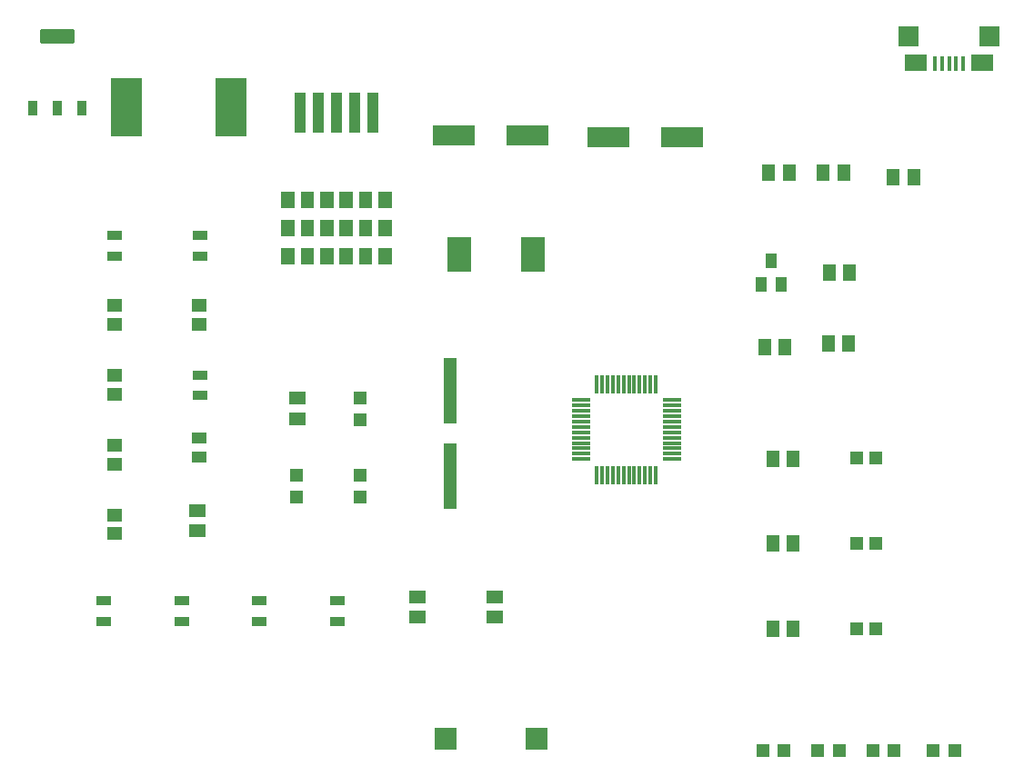
<source format=gtp>
G04*
G04 #@! TF.GenerationSoftware,Altium Limited,Altium Designer,22.1.2 (22)*
G04*
G04 Layer_Color=8421504*
%FSLAX25Y25*%
%MOIN*%
G70*
G04*
G04 #@! TF.SameCoordinates,3CC87442-B0F0-4D04-9EAA-D9769B1F071C*
G04*
G04*
G04 #@! TF.FilePolarity,Positive*
G04*
G01*
G75*
%ADD20R,0.03898X0.14921*%
%ADD21R,0.05000X0.05000*%
%ADD22R,0.06693X0.01181*%
%ADD23R,0.01181X0.06693*%
%ADD24R,0.05433X0.03622*%
%ADD25R,0.05787X0.04567*%
%ADD26R,0.11417X0.21260*%
%ADD27R,0.15197X0.07559*%
%ADD28R,0.08858X0.12520*%
G04:AMPARAMS|DCode=29|XSize=36.61mil|YSize=51.58mil|CornerRadius=2.75mil|HoleSize=0mil|Usage=FLASHONLY|Rotation=0.000|XOffset=0mil|YOffset=0mil|HoleType=Round|Shape=RoundedRectangle|*
%AMROUNDEDRECTD29*
21,1,0.03661,0.04608,0,0,0.0*
21,1,0.03112,0.05158,0,0,0.0*
1,1,0.00549,0.01556,-0.02304*
1,1,0.00549,-0.01556,-0.02304*
1,1,0.00549,-0.01556,0.02304*
1,1,0.00549,0.01556,0.02304*
%
%ADD29ROUNDEDRECTD29*%
G04:AMPARAMS|DCode=30|XSize=127.56mil|YSize=51.58mil|CornerRadius=3.87mil|HoleSize=0mil|Usage=FLASHONLY|Rotation=0.000|XOffset=0mil|YOffset=0mil|HoleType=Round|Shape=RoundedRectangle|*
%AMROUNDEDRECTD30*
21,1,0.12756,0.04384,0,0,0.0*
21,1,0.11982,0.05158,0,0,0.0*
1,1,0.00774,0.05991,-0.02192*
1,1,0.00774,-0.05991,-0.02192*
1,1,0.00774,-0.05991,0.02192*
1,1,0.00774,0.05991,0.02192*
%
%ADD30ROUNDEDRECTD30*%
%ADD31R,0.05709X0.04331*%
%ADD32R,0.05906X0.05118*%
%ADD33R,0.05000X0.05000*%
%ADD34R,0.04724X0.24000*%
%ADD35R,0.04724X0.04724*%
%ADD36R,0.05118X0.05906*%
%ADD37R,0.07874X0.07874*%
%ADD38R,0.08465X0.08465*%
%ADD39R,0.07480X0.07480*%
%ADD40R,0.08268X0.06299*%
%ADD41R,0.01575X0.05315*%
%ADD42R,0.03937X0.05512*%
G36*
X316319Y337382D02*
X311398D01*
Y343366D01*
X316319D01*
Y337382D01*
D02*
G37*
G36*
X309193D02*
X304272D01*
Y343366D01*
X309193D01*
Y337382D01*
D02*
G37*
G36*
X302067D02*
X297146D01*
Y343366D01*
X302067D01*
Y337382D01*
D02*
G37*
G36*
X316319Y327028D02*
X311398D01*
Y333012D01*
X316319D01*
Y327028D01*
D02*
G37*
G36*
X309193D02*
X304272D01*
Y333012D01*
X309193D01*
Y327028D01*
D02*
G37*
G36*
X302067D02*
X297146D01*
Y333012D01*
X302067D01*
Y327028D01*
D02*
G37*
G36*
X316319Y316673D02*
X311398D01*
Y322657D01*
X316319D01*
Y316673D01*
D02*
G37*
G36*
X309193D02*
X304272D01*
Y322657D01*
X309193D01*
Y316673D01*
D02*
G37*
G36*
X302067D02*
X297146D01*
Y322657D01*
X302067D01*
Y316673D01*
D02*
G37*
G36*
X337697Y337382D02*
X332776D01*
Y343366D01*
X337697D01*
Y337382D01*
D02*
G37*
G36*
X330571D02*
X325650D01*
Y343366D01*
X330571D01*
Y337382D01*
D02*
G37*
G36*
X323445D02*
X318524D01*
Y343366D01*
X323445D01*
Y337382D01*
D02*
G37*
G36*
X337697Y327028D02*
X332776D01*
Y333012D01*
X337697D01*
Y327028D01*
D02*
G37*
G36*
X330571D02*
X325650D01*
Y333012D01*
X330571D01*
Y327028D01*
D02*
G37*
G36*
X323445D02*
X318524D01*
Y333012D01*
X323445D01*
Y327028D01*
D02*
G37*
G36*
X337697Y316673D02*
X332776D01*
Y322657D01*
X337697D01*
Y316673D01*
D02*
G37*
G36*
X330571D02*
X325650D01*
Y322657D01*
X330571D01*
Y316673D01*
D02*
G37*
G36*
X323445D02*
X318524D01*
Y322657D01*
X323445D01*
Y316673D01*
D02*
G37*
D20*
X304035Y372342D02*
D03*
X310728D02*
D03*
X317421D02*
D03*
X324114D02*
D03*
X330807D02*
D03*
D21*
X325984Y239468D02*
D03*
Y231594D02*
D03*
X302750Y239468D02*
D03*
Y231594D02*
D03*
X325984Y259804D02*
D03*
Y267678D02*
D03*
D22*
X406937Y267028D02*
D03*
Y265059D02*
D03*
Y263090D02*
D03*
Y261122D02*
D03*
Y259154D02*
D03*
Y257185D02*
D03*
Y255217D02*
D03*
Y253248D02*
D03*
Y251279D02*
D03*
Y249311D02*
D03*
Y247342D02*
D03*
Y245374D02*
D03*
X440307D02*
D03*
Y247342D02*
D03*
Y249311D02*
D03*
Y251279D02*
D03*
Y253248D02*
D03*
Y255217D02*
D03*
Y257185D02*
D03*
Y259154D02*
D03*
Y261122D02*
D03*
Y263090D02*
D03*
Y265059D02*
D03*
Y267028D02*
D03*
D23*
X412795Y239516D02*
D03*
X414764D02*
D03*
X416732D02*
D03*
X418701D02*
D03*
X420669D02*
D03*
X422638D02*
D03*
X424606D02*
D03*
X426575D02*
D03*
X428543D02*
D03*
X430512D02*
D03*
X432480D02*
D03*
X434449D02*
D03*
Y272886D02*
D03*
X432480D02*
D03*
X430512D02*
D03*
X428543D02*
D03*
X426575D02*
D03*
X424606D02*
D03*
X422638D02*
D03*
X420669D02*
D03*
X418701D02*
D03*
X416732D02*
D03*
X414764D02*
D03*
X412795D02*
D03*
D24*
X267371Y319900D02*
D03*
Y327420D02*
D03*
Y268699D02*
D03*
Y276218D02*
D03*
X236043Y319900D02*
D03*
Y327420D02*
D03*
X289135Y193425D02*
D03*
Y185906D02*
D03*
X317609Y193425D02*
D03*
Y185906D02*
D03*
X232185Y193425D02*
D03*
Y185906D02*
D03*
X260660Y193425D02*
D03*
Y185906D02*
D03*
D25*
X267194Y294772D02*
D03*
Y301701D02*
D03*
X236220D02*
D03*
Y294772D02*
D03*
Y276100D02*
D03*
Y269171D02*
D03*
Y250499D02*
D03*
Y243570D02*
D03*
Y224899D02*
D03*
Y217969D02*
D03*
D26*
X278642Y374311D02*
D03*
X240453D02*
D03*
D27*
X360319Y364075D02*
D03*
X387319D02*
D03*
X417110Y363386D02*
D03*
X444110D02*
D03*
D28*
X389587Y320472D02*
D03*
X362382D02*
D03*
D29*
X206043Y374035D02*
D03*
X215059D02*
D03*
X224075D02*
D03*
D30*
X215059Y400374D02*
D03*
D31*
X267233Y246005D02*
D03*
Y253092D02*
D03*
D32*
X375492Y187404D02*
D03*
Y194885D02*
D03*
X303150Y260138D02*
D03*
Y267618D02*
D03*
X266437Y226476D02*
D03*
Y218996D02*
D03*
X347017Y187404D02*
D03*
Y194885D02*
D03*
D33*
X536078Y138398D02*
D03*
X543952D02*
D03*
X514030D02*
D03*
X521904D02*
D03*
X493852D02*
D03*
X501726D02*
D03*
X473674D02*
D03*
X481548D02*
D03*
D34*
X359055Y239075D02*
D03*
Y270571D02*
D03*
D35*
X508224Y214452D02*
D03*
X515224D02*
D03*
X508224Y183272D02*
D03*
X515224D02*
D03*
X508224Y245632D02*
D03*
X515224D02*
D03*
D36*
X484842Y214567D02*
D03*
X477362D02*
D03*
X484842Y182972D02*
D03*
X477362D02*
D03*
X484842Y245332D02*
D03*
X477362D02*
D03*
X483357Y350374D02*
D03*
X475876D02*
D03*
X503338D02*
D03*
X495858D02*
D03*
X529035Y348819D02*
D03*
X521555D02*
D03*
X497638Y287796D02*
D03*
X505118D02*
D03*
X498032Y313878D02*
D03*
X505512D02*
D03*
X474410Y286319D02*
D03*
X481890D02*
D03*
D37*
X357283Y142815D02*
D03*
D38*
X390748D02*
D03*
D39*
X526968Y400492D02*
D03*
X556890D02*
D03*
D40*
X529724Y390945D02*
D03*
X554134D02*
D03*
D41*
X536811Y390453D02*
D03*
X539370D02*
D03*
X541929D02*
D03*
X544488D02*
D03*
X547047D02*
D03*
D42*
X476772Y318209D02*
D03*
X480512Y309547D02*
D03*
X473032D02*
D03*
M02*

</source>
